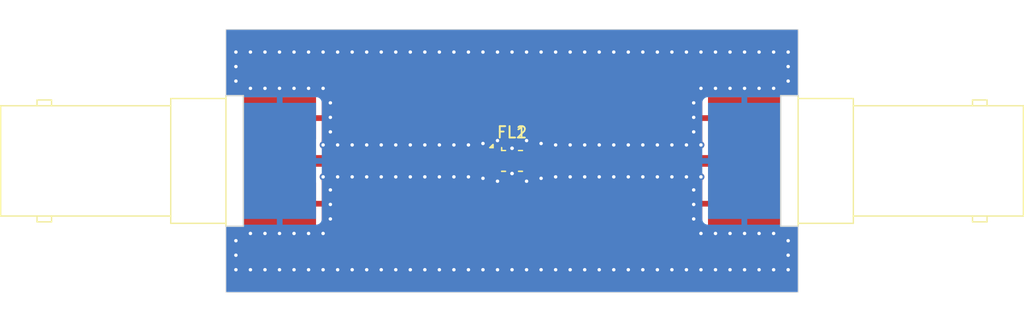
<source format=kicad_pcb>
(kicad_pcb (version 20240108) (generator "pcbnew") (generator_version "8.0")
  (layers (0 "F.Cu" signal) (31 "B.Cu" signal) (34 "B.Paste" user) (35 "F.Paste" user) (36 "B.SilkS" user "B.Silkscreen") (37 "F.SilkS" user "F.Silkscreen") (38 "B.Mask" user) (39 "F.Mask" user) (44 "Edge.Cuts" user))
  (net 0 "")
  (net 1 "Net-(FL1-OUT)")
  (net 2 "GND")
  (net 3 "Net-(FL1-IN)")
  (footprint "Libraries:Conn_BNC_Midplane_Amphenol_112640" (layer "F.Cu") (at 165 90)
    (property "Reference" "J2" (hide yes))
    (property "Value" "Conn_Coaxial")
    (fp_line (start 0 -5.715) (end 0 -5.461) (stroke (width 0.12)) (layer "F.SilkS"))
    (fp_line (start 0 -5.461) (end 0 5.461) (stroke (width 0.12)) (layer "F.SilkS"))
    (fp_line (start 0 -5.461) (end 4.826 -5.461) (stroke (width 0.12)) (layer "F.SilkS"))
    (fp_line (start 0 5.461) (end 0 5.715) (stroke (width 0.12)) (layer "F.SilkS"))
    (fp_line (start 4.826 -5.461) (end 4.826 -4.826) (stroke (width 0.12)) (layer "F.SilkS"))
    (fp_line (start 4.826 -4.826) (end 4.826 4.826) (stroke (width 0.12)) (layer "F.SilkS"))
    (fp_line (start 4.826 -4.826) (end 19.685 -4.826) (stroke (width 0.12)) (layer "F.SilkS"))
    (fp_line (start 4.826 4.826) (end 4.826 5.461) (stroke (width 0.12)) (layer "F.SilkS"))
    (fp_line (start 4.826 5.461) (end 0 5.461) (stroke (width 0.12)) (layer "F.SilkS"))
    (fp_line (start 15.24 -5.334) (end 15.24 -4.826) (stroke (width 0.12)) (layer "F.SilkS"))
    (fp_line (start 15.24 5.334) (end 15.24 4.826) (stroke (width 0.12)) (layer "F.SilkS"))
    (fp_line (start 16.51 -5.334) (end 15.24 -5.334) (stroke (width 0.12)) (layer "F.SilkS"))
    (fp_line (start 16.51 -4.826) (end 16.51 -5.334) (stroke (width 0.12)) (layer "F.SilkS"))
    (fp_line (start 16.51 4.826) (end 16.51 5.334) (stroke (width 0.12)) (layer "F.SilkS"))
    (fp_line (start 16.51 5.334) (end 15.24 5.334) (stroke (width 0.12)) (layer "F.SilkS"))
    (fp_line (start 19.685 -4.826) (end 19.685 4.826) (stroke (width 0.12)) (layer "F.SilkS"))
    (fp_line (start 19.685 4.826) (end 4.826 4.826) (stroke (width 0.12)) (layer "F.SilkS"))
    (fp_line (start -1.524 -5.715) (end -1.524 5.715) (stroke (width 0.12)) (layer "Edge.Cuts"))
    (fp_line (start -1.524 5.715) (end 0 5.715) (stroke (width 0.12)) (layer "Edge.Cuts"))
    (fp_line (start 0 -5.715) (end -1.524 -5.715) (stroke (width 0.12)) (layer "Edge.Cuts"))
    (pad "1" smd rect (at -4.064 0) (size 5.08 1.524) (layers "F.Cu" "F.Paste" "F.Mask") (net 1 "Net-(FL1-OUT)"))
    (pad "2" smd rect (at -4.699 -3.7465) (size 6.35 3.683) (layers "F.Cu" "F.Paste" "F.Mask") (net 2 "GND"))
    (pad "2" smd rect (at -4.699 0) (size 6.35 10.16) (layers "B.Cu" "B.Paste" "B.Mask") (net 2 "GND"))
    (pad "2" smd rect (at -4.699 3.7465) (size 6.35 3.683) (layers "F.Cu" "F.Paste" "F.Mask") (net 2 "GND"))
  )
  (footprint "Filter:Filter_Mini-Circuits_FV1206" (layer "F.Cu") (at 140 90)
    (property "Reference" "FL1" (at 0 -2.5 0) (layer "F.SilkS"))
    (property "Value" "LFCN-160")
    (fp_line (start -0.91 -0.91) (end -0.91 -1.16) (stroke (width 0.12)) (layer "F.SilkS"))
    (fp_line (start -0.91 -0.91) (end -0.57 -0.91) (stroke (width 0.12)) (layer "F.SilkS"))
    (fp_line (start -0.91 0.91) (end -0.57 0.91) (stroke (width 0.12)) (layer "F.SilkS"))
    (fp_line (start 0.57 -0.91) (end 0.91 -0.91) (stroke (width 0.12)) (layer "F.SilkS"))
    (fp_line (start 0.57 0.91) (end 0.91 0.91) (stroke (width 0.12)) (layer "F.SilkS"))
    (fp_poly (pts (xy -1.66 -1.16) (xy -1.94 -1.16) (xy -1.66 -1.44) (xy -1.66 -1.16)) (stroke (width 0.12)) (fill solid) (layer "F.SilkS"))
    (pad "1" smd roundrect (at -1.625 0) (size 1.04 1.8) (layers "F.Cu" "F.Paste" "F.Mask") (roundrect_rratio 0.24) (net 3 "Net-(FL1-IN)"))
    (pad "2" smd roundrect (at 0 0.9275) (size 0.61 1.245) (layers "F.Cu" "F.Paste" "F.Mask") (net 2 "GND"))
    (pad "2" thru_hole circle (at 0 1.105) (size 0.61 0.61) (drill 0.3) (layers "*.Cu" "*.Mask" "In1.Cu" "In2.Cu" "In3.Cu" "In4.Cu" "In5.Cu" "In6.Cu" "In7.Cu" "In8.Cu" "In9.Cu" "In10.Cu" "In11.Cu" "In12.Cu" "In13.Cu" "In14.Cu" "In15.Cu" "In16.Cu" "In17.Cu" "In18.Cu" "In19.Cu" "In20.Cu" "In21.Cu" "In22.Cu" "In23.Cu" "In24.Cu" "In25.Cu" "In26.Cu" "In27.Cu" "In28.Cu" "In29.Cu" "In30.Cu") (net 2 "GND"))
    (pad "3" smd roundrect (at 1.625 0) (size 1.04 1.8) (layers "F.Cu" "F.Paste" "F.Mask") (roundrect_rratio 0.24) (net 1 "Net-(FL1-OUT)"))
    (pad "4" thru_hole circle (at 0 -1.105) (size 0.61 0.61) (drill 0.3) (layers "*.Cu" "*.Mask" "In1.Cu" "In2.Cu" "In3.Cu" "In4.Cu" "In5.Cu" "In6.Cu" "In7.Cu" "In8.Cu" "In9.Cu" "In10.Cu" "In11.Cu" "In12.Cu" "In13.Cu" "In14.Cu" "In15.Cu" "In16.Cu" "In17.Cu" "In18.Cu" "In19.Cu" "In20.Cu" "In21.Cu" "In22.Cu" "In23.Cu" "In24.Cu" "In25.Cu" "In26.Cu" "In27.Cu" "In28.Cu" "In29.Cu" "In30.Cu") (net 2 "GND"))
    (pad "4" smd roundrect (at 0 -0.9275) (size 0.61 1.245) (layers "F.Cu" "F.Paste" "F.Mask") (net 2 "GND"))
  )
  (footprint "Filter:Filter_Mini-Circuits_FV1206" (layer "F.Cu") (at 140 90)
    (property "Reference" "FL2" (at 0 -2.5 0) (layer "F.SilkS"))
    (property "Value" "LFCN-490+")
    (fp_line (start -0.91 -0.91) (end -0.91 -1.16) (stroke (width 0.12)) (layer "F.SilkS"))
    (fp_line (start -0.91 -0.91) (end -0.57 -0.91) (stroke (width 0.12)) (layer "F.SilkS"))
    (fp_line (start -0.91 0.91) (end -0.57 0.91) (stroke (width 0.12)) (layer "F.SilkS"))
    (fp_line (start 0.57 -0.91) (end 0.91 -0.91) (stroke (width 0.12)) (layer "F.SilkS"))
    (fp_line (start 0.57 0.91) (end 0.91 0.91) (stroke (width 0.12)) (layer "F.SilkS"))
    (fp_poly (pts (xy -1.66 -1.16) (xy -1.94 -1.16) (xy -1.66 -1.44) (xy -1.66 -1.16)) (stroke (width 0.12)) (fill solid) (layer "F.SilkS"))
    (pad "1" smd roundrect (at -1.625 0) (size 1.04 1.8) (layers "F.Cu" "F.Paste" "F.Mask") (roundrect_rratio 0.24) (net 3 "Net-(FL1-IN)"))
    (pad "2" smd roundrect (at 0 0.9275) (size 0.61 1.245) (layers "F.Cu" "F.Paste" "F.Mask") (net 2 "GND"))
    (pad "2" thru_hole circle (at 0 1.105) (size 0.61 0.61) (drill 0.3) (layers "*.Cu" "*.Mask" "In1.Cu" "In2.Cu" "In3.Cu" "In4.Cu" "In5.Cu" "In6.Cu" "In7.Cu" "In8.Cu" "In9.Cu" "In10.Cu" "In11.Cu" "In12.Cu" "In13.Cu" "In14.Cu" "In15.Cu" "In16.Cu" "In17.Cu" "In18.Cu" "In19.Cu" "In20.Cu" "In21.Cu" "In22.Cu" "In23.Cu" "In24.Cu" "In25.Cu" "In26.Cu" "In27.Cu" "In28.Cu" "In29.Cu" "In30.Cu") (net 2 "GND"))
    (pad "3" smd roundrect (at 1.625 0) (size 1.04 1.8) (layers "F.Cu" "F.Paste" "F.Mask") (roundrect_rratio 0.24) (net 1 "Net-(FL1-OUT)"))
    (pad "4" thru_hole circle (at 0 -1.105) (size 0.61 0.61) (drill 0.3) (layers "*.Cu" "*.Mask" "In1.Cu" "In2.Cu" "In3.Cu" "In4.Cu" "In5.Cu" "In6.Cu" "In7.Cu" "In8.Cu" "In9.Cu" "In10.Cu" "In11.Cu" "In12.Cu" "In13.Cu" "In14.Cu" "In15.Cu" "In16.Cu" "In17.Cu" "In18.Cu" "In19.Cu" "In20.Cu" "In21.Cu" "In22.Cu" "In23.Cu" "In24.Cu" "In25.Cu" "In26.Cu" "In27.Cu" "In28.Cu" "In29.Cu" "In30.Cu") (net 2 "GND"))
    (pad "4" smd roundrect (at 0 -0.9275) (size 0.61 1.245) (layers "F.Cu" "F.Paste" "F.Mask") (net 2 "GND"))
  )
  (footprint "Libraries:Conn_BNC_Midplane_Amphenol_112640" (layer "F.Cu") (at 115 90 180)
    (property "Reference" "J1" (hide yes))
    (property "Value" "Conn_Coaxial")
    (fp_line (start 19.685 4.826) (end 4.826 4.826) (stroke (width 0.12)) (layer "F.SilkS"))
    (fp_line (start 19.685 -4.826) (end 19.685 4.826) (stroke (width 0.12)) (layer "F.SilkS"))
    (fp_line (start 16.51 5.334) (end 15.24 5.334) (stroke (width 0.12)) (layer "F.SilkS"))
    (fp_line (start 16.51 4.826) (end 16.51 5.334) (stroke (width 0.12)) (layer "F.SilkS"))
    (fp_line (start 16.51 -4.826) (end 16.51 -5.334) (stroke (width 0.12)) (layer "F.SilkS"))
    (fp_line (start 16.51 -5.334) (end 15.24 -5.334) (stroke (width 0.12)) (layer "F.SilkS"))
    (fp_line (start 15.24 5.334) (end 15.24 4.826) (stroke (width 0.12)) (layer "F.SilkS"))
    (fp_line (start 15.24 -5.334) (end 15.24 -4.826) (stroke (width 0.12)) (layer "F.SilkS"))
    (fp_line (start 4.826 5.461) (end 0 5.461) (stroke (width 0.12)) (layer "F.SilkS"))
    (fp_line (start 4.826 4.826) (end 4.826 5.461) (stroke (width 0.12)) (layer "F.SilkS"))
    (fp_line (start 4.826 -4.826) (end 19.685 -4.826) (stroke (width 0.12)) (layer "F.SilkS"))
    (fp_line (start 4.826 -4.826) (end 4.826 4.826) (stroke (width 0.12)) (layer "F.SilkS"))
    (fp_line (start 4.826 -5.461) (end 4.826 -4.826) (stroke (width 0.12)) (layer "F.SilkS"))
    (fp_line (start 0 5.461) (end 0 5.715) (stroke (width 0.12)) (layer "F.SilkS"))
    (fp_line (start 0 -5.461) (end 4.826 -5.461) (stroke (width 0.12)) (layer "F.SilkS"))
    (fp_line (start 0 -5.461) (end 0 5.461) (stroke (width 0.12)) (layer "F.SilkS"))
    (fp_line (start 0 -5.715) (end 0 -5.461) (stroke (width 0.12)) (layer "F.SilkS"))
    (fp_line (start 0 -5.715) (end -1.524 -5.715) (stroke (width 0.12)) (layer "Edge.Cuts"))
    (fp_line (start -1.524 5.715) (end 0 5.715) (stroke (width 0.12)) (layer "Edge.Cuts"))
    (fp_line (start -1.524 -5.715) (end -1.524 5.715) (stroke (width 0.12)) (layer "Edge.Cuts"))
    (pad "1" smd rect (at -4.064 0 180) (size 5.08 1.524) (layers "F.Cu" "F.Paste" "F.Mask") (net 3 "Net-(FL1-IN)"))
    (pad "2" smd rect (at -4.699 -3.7465 180) (size 6.35 3.683) (layers "F.Cu" "F.Paste" "F.Mask") (net 2 "GND"))
    (pad "2" smd rect (at -4.699 0 180) (size 6.35 10.16) (layers "B.Cu" "B.Paste" "B.Mask") (net 2 "GND"))
    (pad "2" smd rect (at -4.699 3.7465 180) (size 6.35 3.683) (layers "F.Cu" "F.Paste" "F.Mask") (net 2 "GND"))
  )
  (footprint "Libraries:Board_50x25x25_Aluminum_Case" (layer "F.Cu") (at 140 90)
    (property "Reference" "G1" (hide yes))
    (property "Value" "Board_Artwork")
  )
  (gr_line (start 115 78.5) (end 165 78.5) (stroke (width 0.05)) (layer "Edge.Cuts"))
  (gr_line (start 165 95.715) (end 165 101.5) (stroke (width 0.05)) (layer "Edge.Cuts"))
  (gr_line (start 165 101.5) (end 115 101.5) (stroke (width 0.05)) (layer "Edge.Cuts"))
  (gr_line (start 165 78.5) (end 165 84.285) (stroke (width 0.05)) (layer "Edge.Cuts"))
  (gr_line (start 115 84.285) (end 115 78.5) (stroke (width 0.05)) (layer "Edge.Cuts"))
  (gr_line (start 115 101.5) (end 115 95.715) (stroke (width 0.05)) (layer "Edge.Cuts"))
  (segment (start 160.936 90) (end 141.625 90) (width 1.016) (layer "F.Cu") (net 1))
  (via (at 141.27 99.525) (size 0.6) (drill 0.3) (layers "F.Cu" "B.Cu") (net 2))
  (via (at 124.125 92.54) (size 0.6) (drill 0.3) (layers "F.Cu" "B.Cu") (net 2))
  (via (at 138.73 80.475) (size 0.6) (drill 0.3) (layers "F.Cu" "B.Cu") (net 2))
  (via (at 131.11 99.525) (size 0.6) (drill 0.3) (layers "F.Cu" "B.Cu") (net 2))
  (via (at 134.92 88.603) (size 0.6) (drill 0.3) (layers "F.Cu" "B.Cu") (net 2))
  (via (at 159.05 99.525) (size 0.6) (drill 0.3) (layers "F.Cu" "B.Cu") (net 2))
  (via (at 157.78 99.525) (size 0.6) (drill 0.3) (layers "F.Cu" "B.Cu") (net 2))
  (via (at 140 80.475) (size 0.6) (drill 0.3) (layers "F.Cu" "B.Cu") (net 2))
  (via (at 153.97 91.397) (size 0.6) (drill 0.3) (layers "F.Cu" "B.Cu") (net 2))
  (via (at 137.46 99.525) (size 0.6) (drill 0.3) (layers "F.Cu" "B.Cu") (net 2))
  (via (at 164.13 83.015) (size 0.6) (drill 0.3) (layers "F.Cu" "B.Cu") (net 2))
  (via (at 151.43 88.603) (size 0.6) (drill 0.3) (layers "F.Cu" "B.Cu") (net 2))
  (via (at 155.875 92.54) (size 0.6) (drill 0.3) (layers "F.Cu" "B.Cu") (net 2))
  (via (at 151.43 80.475) (size 0.6) (drill 0.3) (layers "F.Cu" "B.Cu") (net 2))
  (via (at 120.95 80.475) (size 0.6) (drill 0.3) (layers "F.Cu" "B.Cu") (net 2))
  (via (at 141.27 88.222) (size 0.6) (drill 0.3) (layers "F.Cu" "B.Cu") (net 2))
  (via (at 120.95 96.35) (size 0.6) (drill 0.3) (layers "F.Cu" "B.Cu") (net 2))
  (via (at 153.97 88.603) (size 0.6) (drill 0.3) (layers "F.Cu" "B.Cu") (net 2))
  (via (at 124.125 87.46) (size 0.6) (drill 0.3) (layers "F.Cu" "B.Cu") (net 2))
  (via (at 159.05 83.65) (size 0.6) (drill 0.3) (layers "F.Cu" "B.Cu") (net 2))
  (via (at 155.875 87.46) (size 0.6) (drill 0.3) (layers "F.Cu" "B.Cu") (net 2))
  (via (at 151.43 91.397) (size 0.6) (drill 0.3) (layers "F.Cu" "B.Cu") (net 2))
  (via (at 126.03 80.475) (size 0.6) (drill 0.3) (layers "F.Cu" "B.Cu") (net 2))
  (via (at 155.875 95.08) (size 0.6) (drill 0.3) (layers "F.Cu" "B.Cu") (net 2))
  (via (at 132.38 91.397) (size 0.6) (drill 0.3) (layers "F.Cu" "B.Cu") (net 2))
  (via (at 164.13 96.985) (size 0.6) (drill 0.3) (layers "F.Cu" "B.Cu") (net 2))
  (via (at 151.43 99.525) (size 0.6) (drill 0.3) (layers "F.Cu" "B.Cu") (net 2))
  (via (at 136.19 91.397) (size 0.6) (drill 0.3) (layers "F.Cu" "B.Cu") (net 2))
  (via (at 127.3 80.475) (size 0.6) (drill 0.3) (layers "F.Cu" "B.Cu") (net 2))
  (via (at 117.14 99.525) (size 0.6) (drill 0.3) (layers "F.Cu" "B.Cu") (net 2))
  (via (at 124.125 95.08) (size 0.6) (drill 0.3) (layers "F.Cu" "B.Cu") (net 2))
  (via (at 118.41 83.65) (size 0.6) (drill 0.3) (layers "F.Cu" "B.Cu") (net 2))
  (via (at 128.57 80.475) (size 0.6) (drill 0.3) (layers "F.Cu" "B.Cu") (net 2))
  (via (at 156.51 83.65) (size 0.6) (drill 0.3) (layers "F.Cu" "B.Cu") (net 2))
  (via (at 115.87 83.015) (size 0.6) (drill 0.3) (layers "F.Cu" "B.Cu") (net 2))
  (via (at 123.49 99.525) (size 0.6) (drill 0.3) (layers "F.Cu" "B.Cu") (net 2))
  (via (at 160.32 80.475) (size 0.6) (drill 0.3) (layers "F.Cu" "B.Cu") (net 2))
  (via (at 119.68 80.475) (size 0.6) (drill 0.3) (layers "F.Cu" "B.Cu") (net 2))
  (via (at 126.03 91.397) (size 0.6) (drill 0.3) (layers "F.Cu" "B.Cu") (net 2))
  (via (at 156.51 91.397) (size 0.6) (drill 0.3) (layers "F.Cu" "B.Cu") (net 2))
  (via (at 123.49 88.603) (size 0.6) (drill 0.3) (layers "F.Cu" "B.Cu") (net 2))
  (via (at 137.46 80.475) (size 0.6) (drill 0.3) (layers "F.Cu" "B.Cu") (net 2))
  (via (at 133.65 91.397) (size 0.6) (drill 0.3) (layers "F.Cu" "B.Cu") (net 2))
  (via (at 160.32 83.65) (size 0.6) (drill 0.3) (layers "F.Cu" "B.Cu") (net 2))
  (via (at 161.59 80.475) (size 0.6) (drill 0.3) (layers "F.Cu" "B.Cu") (net 2))
  (via (at 134.92 91.397) (size 0.6) (drill 0.3) (layers "F.Cu" "B.Cu") (net 2))
  (via (at 123.49 96.35) (size 0.6) (drill 0.3) (layers "F.Cu" "B.Cu") (net 2))
  (via (at 126.03 99.525) (size 0.6) (drill 0.3) (layers "F.Cu" "B.Cu") (net 2))
  (via (at 138.73 91.778) (size 0.6) (drill 0.3) (layers "F.Cu" "B.Cu") (net 2))
  (via (at 156.51 88.603) (size 0.6) (drill 0.3) (layers "F.Cu" "B.Cu") (net 2))
  (via (at 148.89 91.397) (size 0.6) (drill 0.3) (layers "F.Cu" "B.Cu") (net 2))
  (via (at 164.13 98.255) (size 0.6) (drill 0.3) (layers "F.Cu" "B.Cu") (net 2))
  (via (at 155.875 86.19) (size 0.6) (drill 0.3) (layers "F.Cu" "B.Cu") (net 2))
  (via (at 132.38 88.603) (size 0.6) (drill 0.3) (layers "F.Cu" "B.Cu") (net 2))
  (via (at 156.51 80.475) (size 0.6) (drill 0.3) (layers "F.Cu" "B.Cu") (net 2))
  (via (at 161.59 96.35) (size 0.6) (drill 0.3) (layers "F.Cu" "B.Cu") (net 2))
  (via (at 142.54 88.476) (size 0.6) (drill 0.3) (layers "F.Cu" "B.Cu") (net 2))
  (via (at 162.86 83.65) (size 0.6) (drill 0.3) (layers "F.Cu" "B.Cu") (net 2))
  (via (at 162.86 99.525) (size 0.6) (drill 0.3) (layers "F.Cu" "B.Cu") (net 2))
  (via (at 115.87 99.525) (size 0.6) (drill 0.3) (layers "F.Cu" "B.Cu") (net 2))
  (via (at 138.73 99.525) (size 0.6) (drill 0.3) (layers "F.Cu" "B.Cu") (net 2))
  (via (at 147.62 91.397) (size 0.6) (drill 0.3) (layers "F.Cu" "B.Cu") (net 2))
  (via (at 129.84 88.603) (size 0.6) (drill 0.3) (layers "F.Cu" "B.Cu") (net 2))
  (via (at 148.89 80.475) (size 0.6) (drill 0.3) (layers "F.Cu" "B.Cu") (net 2))
  (via (at 115.87 81.745) (size 0.6) (drill 0.3) (layers "F.Cu" "B.Cu") (net 2))
  (via (at 141.27 91.778) (size 0.6) (drill 0.3) (layers "F.Cu" "B.Cu") (net 2))
  (via (at 127.3 91.397) (size 0.6) (drill 0.3) (layers "F.Cu" "B.Cu") (net 2))
  (via (at 134.92 80.475) (size 0.6) (drill 0.3) (layers "F.Cu" "B.Cu") (net 2))
  (via (at 156.51 99.525) (size 0.6) (drill 0.3) (layers "F.Cu" "B.Cu") (net 2))
  (via (at 142.54 80.475) (size 0.6) (drill 0.3) (layers "F.Cu" "B.Cu") (net 2))
  (via (at 136.19 99.525) (size 0.6) (drill 0.3) (layers "F.Cu" "B.Cu") (net 2))
  (via (at 124.125 84.92) (size 0.6) (drill 0.3) (layers "F.Cu" "B.Cu") (net 2))
  (via (at 131.11 80.475) (size 0.6) (drill 0.3) (layers "F.Cu" "B.Cu") (net 2))
  (via (at 146.35 88.603) (size 0.6) (drill 0.3) (layers "F.Cu" "B.Cu") (net 2))
  (via (at 140 99.525) (size 0.6) (drill 0.3) (layers "F.Cu" "B.Cu") (net 2))
  (via (at 118.41 99.525) (size 0.6) (drill 0.3) (layers "F.Cu" "B.Cu") (net 2))
  (via (at 146.35 91.397) (size 0.6) (drill 0.3) (layers "F.Cu" "B.Cu") (net 2))
  (via (at 143.81 99.525) (size 0.6) (drill 0.3) (layers "F.Cu" "B.Cu") (net 2))
  (via (at 162.86 80.475) (size 0.6) (drill 0.3) (layers "F.Cu" "B.Cu") (net 2))
  (via (at 157.78 83.65) (size 0.6) (drill 0.3) (layers "F.Cu" "B.Cu") (net 2))
  (via (at 145.08 80.475) (size 0.6) (drill 0.3) (layers "F.Cu" "B.Cu") (net 2))
  (via (at 145.08 88.603) (size 0.6) (drill 0.3) (layers "F.Cu" "B.Cu") (net 2))
  (via (at 119.68 83.65) (size 0.6) (drill 0.3) (layers "F.Cu" "B.Cu") (net 2))
  (via (at 133.65 99.525) (size 0.6) (drill 0.3) (layers "F.Cu" "B.Cu") (net 2))
  (via (at 157.78 96.35) (size 0.6) (drill 0.3) (layers "F.Cu" "B.Cu") (net 2))
  (via (at 131.11 91.397) (size 0.6) (drill 0.3) (layers "F.Cu" "B.Cu") (net 2))
  (via (at 118.41 96.35) (size 0.6) (drill 0.3) (layers "F.Cu" "B.Cu") (net 2))
  (via (at 131.11 88.603) (size 0.6) (drill 0.3) (layers "F.Cu" "B.Cu") (net 2))
  (via (at 145.08 91.397) (size 0.6) (drill 0.3) (layers "F.Cu" "B.Cu") (net 2))
  (via (at 118.41 80.475) (size 0.6) (drill 0.3) (layers "F.Cu" "B.Cu") (net 2))
  (via (at 164.13 80.475) (size 0.6) (drill 0.3) (layers "F.Cu" "B.Cu") (net 2))
  (via (at 122.22 99.525) (size 0.6) (drill 0.3) (layers "F.Cu" "B.Cu") (net 2))
  (via (at 148.89 99.525) (size 0.6) (drill 0.3) (layers "F.Cu" "B.Cu") (net 2))
  (via (at 143.81 91.397) (size 0.6) (drill 0.3) (layers "F.Cu" "B.Cu") (net 2))
  (via (at 122.22 96.35) (size 0.6) (drill 0.3) (layers "F.Cu" "B.Cu") (net 2))
  (via (at 164.13 99.525) (size 0.6) (drill 0.3) (layers "F.Cu" "B.Cu") (net 2))
  (via (at 155.24 99.525) (size 0.6) (drill 0.3) (layers "F.Cu" "B.Cu") (net 2))
  (via (at 129.84 99.525) (size 0.6) (drill 0.3) (layers "F.Cu" "B.Cu") (net 2))
  (via (at 115.87 96.985) (size 0.6) (drill 0.3) (layers "F.Cu" "B.Cu") (net 2))
  (via (at 161.59 83.65) (size 0.6) (drill 0.3) (layers "F.Cu" "B.Cu") (net 2))
  (via (at 156.51 96.35) (size 0.6) (drill 0.3) (layers "F.Cu" "B.Cu") (net 2))
  (via (at 153.97 99.525) (size 0.6) (drill 0.3) (layers "F.Cu" "B.Cu") (net 2))
  (via (at 136.19 88.603) (size 0.6) (drill 0.3) (layers "F.Cu" "B.Cu") (net 2))
  (via (at 146.35 99.525) (size 0.6) (drill 0.3) (layers "F.Cu" "B.Cu") (net 2))
  (via (at 145.08 99.525) (size 0.6) (drill 0.3) (layers "F.Cu" "B.Cu") (net 2))
  (via (at 160.32 96.35) (size 0.6) (drill 0.3) (layers "F.Cu" "B.Cu") (net 2))
  (via (at 127.3 99.525) (size 0.6) (drill 0.3) (layers "F.Cu" "B.Cu") (net 2))
  (via (at 136.19 80.475) (size 0.6) (drill 0.3) (layers "F.Cu" "B.Cu") (net 2))
  (via (at 124.76 80.475) (size 0.6) (drill 0.3) (layers "F.Cu" "B.Cu") (net 2))
  (via (at 115.87 98.255) (size 0.6) (drill 0.3) (layers "F.Cu" "B.Cu") (net 2))
  (via (at 155.24 91.397) (size 0.6) (drill 0.3) (layers "F.Cu" "B.Cu") (net 2))
  (via (at 128.57 99.525) (size 0.6) (drill 0.3) (layers "F.Cu" "B.Cu") (net 2))
  (via (at 159.05 80.475) (size 0.6) (drill 0.3) (layers "F.Cu" "B.Cu") (net 2))
  (via (at 128.57 88.603) (size 0.6) (drill 0.3) (layers "F.Cu" "B.Cu") (net 2))
  (via (at 124.76 88.603) (size 0.6) (drill 0.3) (layers "F.Cu" "B.Cu") (net 2))
  (via (at 128.57 91.397) (size 0.6) (drill 0.3) (layers "F.Cu" "B.Cu") (net 2))
  (via (at 155.875 93.81) (size 0.6) (drill 0.3) (layers "F.Cu" "B.Cu") (net 2))
  (via (at 124.125 86.19) (size 0.6) (drill 0.3) (layers "F.Cu" "B.Cu") (net 2))
  (via (at 115.87 80.475) (size 0.6) (drill 0.3) (layers "F.Cu" "B.Cu") (net 2))
  (via (at 138.73 88.222) (size 0.6) (drill 0.3) (layers "F.Cu" "B.Cu") (net 2))
  (via (at 129.84 80.475) (size 0.6) (drill 0.3) (layers "F.Cu" "B.Cu") (net 2))
  (via (at 120.95 99.525) (size 0.6) (drill 0.3) (layers "F.Cu" "B.Cu") (net 2))
  (via (at 122.22 83.65) (size 0.6) (drill 0.3) (layers "F.Cu" "B.Cu") (net 2))
  (via (at 124.125 93.81) (size 0.6) (drill 0.3) (layers "F.Cu" "B.Cu") (net 2))
  (via (at 150.16 88.603) (size 0.6) (drill 0.3) (layers "F.Cu" "B.Cu") (net 2))
  (via (at 134.92 99.525) (size 0.6) (drill 0.3) (layers "F.Cu" "B.Cu") (net 2))
  (via (at 153.97 80.475) (size 0.6) (drill 0.3) (layers "F.Cu" "B.Cu") (net 2))
  (via (at 132.38 80.475) (size 0.6) (drill 0.3) (layers "F.Cu" "B.Cu") (net 2))
  (via (at 160.32 99.525) (size 0.6) (drill 0.3) (layers "F.Cu" "B.Cu") (net 2))
  (via (at 122.22 80.475) (size 0.6) (drill 0.3) (layers "F.Cu" "B.Cu") (net 2))
  (via (at 143.81 80.475) (size 0.6) (drill 0.3) (layers "F.Cu" "B.Cu") (net 2))
  (via (at 117.14 96.35) (size 0.6) (drill 0.3) (layers "F.Cu" "B.Cu") (net 2))
  (via (at 123.49 83.65) (size 0.6) (drill 0.3) (layers "F.Cu" "B.Cu") (net 2))
  (via (at 141.27 80.475) (size 0.6) (drill 0.3) (layers "F.Cu" "B.Cu") (net 2))
  (via (at 164.13 81.745) (size 0.6) (drill 0.3) (layers "F.Cu" "B.Cu") (net 2))
  (via (at 133.65 88.603) (size 0.6) (drill 0.3) (layers "F.Cu" "B.Cu") (net 2))
  (via (at 146.35 80.475) (size 0.6) (drill 0.3) (layers "F.Cu" "B.Cu") (net 2))
  (via (at 152.7 99.525) (size 0.6) (drill 0.3) (layers "F.Cu" "B.Cu") (net 2))
  (via (at 157.78 80.475) (size 0.6) (drill 0.3) (layers "F.Cu" "B.Cu") (net 2))
  (via (at 126.03 88.603) (size 0.6) (drill 0.3) (layers "F.Cu" "B.Cu") (net 2))
  (via (at 147.62 80.475) (size 0.6) (drill 0.3) (layers "F.Cu" "B.Cu") (net 2))
  (via (at 150.16 91.397) (size 0.6) (drill 0.3) (layers "F.Cu" "B.Cu") (net 2))
  (via (at 124.76 91.397) (size 0.6) (drill 0.3) (layers "F.Cu" "B.Cu") (net 2))
  (via (at 155.24 88.603) (size 0.6) (drill 0.3) (layers "F.Cu" "B.Cu") (net 2))
  (via (at 159.05 96.35) (size 0.6) (drill 0.3) (layers "F.Cu" "B.Cu") (net 2))
  (via (at 147.62 88.603) (size 0.6) (drill 0.3) (layers "F.Cu" "B.Cu") (net 2))
  (via (at 143.81 88.603) (size 0.6) (drill 0.3) (layers "F.Cu" "B.Cu") (net 2))
  (via (at 147.62 99.525) (size 0.6) (drill 0.3) (layers "F.Cu" "B.Cu") (net 2))
  (via (at 117.14 83.65) (size 0.6) (drill 0.3) (layers "F.Cu" "B.Cu") (net 2))
  (via (at 152.7 88.603) (size 0.6) (drill 0.3) (layers "F.Cu" "B.Cu") (net 2))
  (via (at 124.76 99.525) (size 0.6) (drill 0.3) (layers "F.Cu" "B.Cu") (net 2))
  (via (at 155.875 84.92) (size 0.6) (drill 0.3) (layers "F.Cu" "B.Cu") (net 2))
  (via (at 133.65 80.475) (size 0.6) (drill 0.3) (layers "F.Cu" "B.Cu") (net 2))
  (via (at 137.46 91.524) (size 0.6) (drill 0.3) (layers "F.Cu" "B.Cu") (net 2))
  (via (at 123.49 80.475) (size 0.6) (drill 0.3) (layers "F.Cu" "B.Cu") (net 2))
  (via (at 137.46 88.476) (size 0.6) (drill 0.3) (layers "F.Cu" "B.Cu") (net 2))
  (via (at 152.7 91.397) (size 0.6) (drill 0.3) (layers "F.Cu" "B.Cu") (net 2))
  (via (at 142.54 91.524) (size 0.6) (drill 0.3) (layers "F.Cu" "B.Cu") (net 2))
  (via (at 119.68 96.35) (size 0.6) (drill 0.3) (layers "F.Cu" "B.Cu") (net 2))
  (via (at 123.49 91.397) (size 0.6) (drill 0.3) (layers "F.Cu" "B.Cu") (net 2))
  (via (at 119.68 99.525) (size 0.6) (drill 0.3) (layers "F.Cu" "B.Cu") (net 2))
  (via (at 162.86 96.35) (size 0.6) (drill 0.3) (layers "F.Cu" "B.Cu") (net 2))
  (via (at 132.38 99.525) (size 0.6) (drill 0.3) (layers "F.Cu" "B.Cu") (net 2))
  (via (at 155.24 80.475) (size 0.6) (drill 0.3) (layers "F.Cu" "B.Cu") (net 2))
  (via (at 117.14 80.475) (size 0.6) (drill 0.3) (layers "F.Cu" "B.Cu") (net 2))
  (via (at 129.84 91.397) (size 0.6) (drill 0.3) (layers "F.Cu" "B.Cu") (net 2))
  (via (at 148.89 88.603) (size 0.6) (drill 0.3) (layers "F.Cu" "B.Cu") (net 2))
  (via (at 127.3 88.603) (size 0.6) (drill 0.3) (layers "F.Cu" "B.Cu") (net 2))
  (via (at 161.59 99.525) (size 0.6) (drill 0.3) (layers "F.Cu" "B.Cu") (net 2))
  (via (at 150.16 80.475) (size 0.6) (drill 0.3) (layers "F.Cu" "B.Cu") (net 2))
  (via (at 150.16 99.525) (size 0.6) (drill 0.3) (layers "F.Cu" "B.Cu") (net 2))
  (via (at 152.7 80.475) (size 0.6) (drill 0.3) (layers "F.Cu" "B.Cu") (net 2))
  (via (at 142.54 99.525) (size 0.6) (drill 0.3) (layers "F.Cu" "B.Cu") (net 2))
  (via (at 120.95 83.65) (size 0.6) (drill 0.3) (layers "F.Cu" "B.Cu") (net 2))
  (segment (start 119.064 90) (end 138.375 90) (width 1.016) (layer "F.Cu") (net 3))
  (zone (net 0) (net_name "") (layer "F.Cu") (connect_pads yes (clearance 0)) (min_thickness 0.25)
    (keepout (tracks allowed) (vias allowed) (pads allowed) (copperpour not_allowed) (footprints allowed))
    (fill (thermal_gap 0.5) (thermal_bridge_width 0.5))
    (polygon (pts (xy 156.637 88.095) (xy 156.637 91.905) (xy 158.415 91.905) (xy 158.415 88.095)))
  )
  (zone (net 0) (net_name "") (layer "F.Cu") (connect_pads yes (clearance 0)) (min_thickness 0.25)
    (keepout (tracks allowed) (vias allowed) (pads allowed) (copperpour not_allowed) (footprints allowed))
    (fill (thermal_gap 0.5) (thermal_bridge_width 0.5))
    (polygon (pts (xy 121.585 88.095) (xy 121.585 91.905) (xy 123.363 91.905) (xy 123.363 88.095)))
  )
  (zone (net 2) (net_name "GND") (layers "F.Cu" "B.Cu") (connect_pads yes (clearance 0.5)) (min_thickness 0.25) (fill yes (thermal_gap 0.5) (thermal_bridge_width 0.5))
    (polygon (pts (xy 114 78) (xy 166 78) (xy 166 102) (xy 114 102)))
  )
)
</source>
